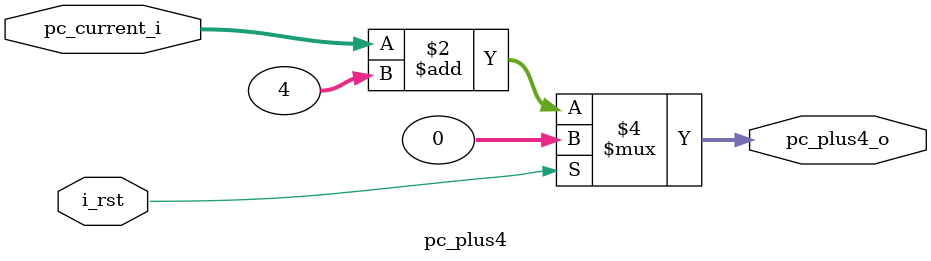
<source format=sv>
module pc_plus4(
  input  logic [31:0] pc_current_i,
  input  logic i_rst,
  output logic [31:0] pc_plus4_o
);always_comb begin
  if (i_rst) pc_plus4_o = 32'h0;
  else pc_plus4_o = pc_current_i + 32'd4;
end
endmodule

</source>
